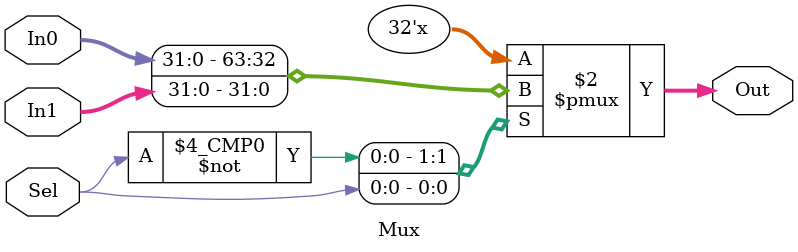
<source format=v>
module Mux(In0,In1,Sel,Out);
    parameter D_Width = 32;
    input Sel;
    input [D_Width-1:0] In0, In1;
    output reg [D_Width-1:0]Out;
    
    always@(*)begin
        case(Sel)
            1'b0: Out = In0;
            1'b1: Out = In1;
        endcase
    end
endmodule
</source>
